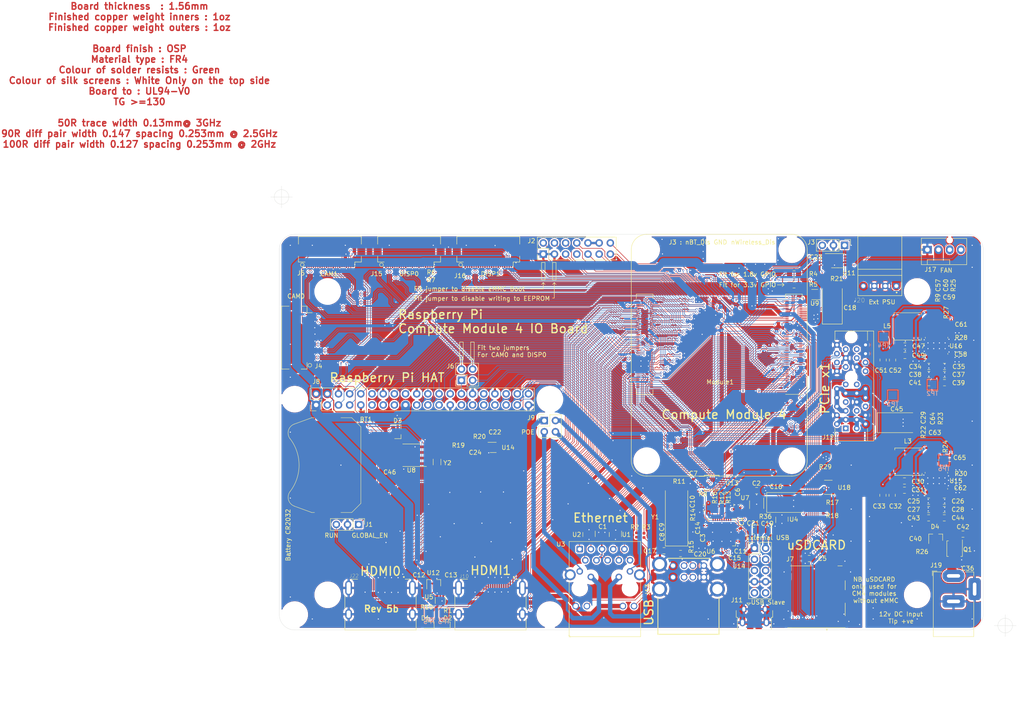
<source format=kicad_pcb>
(kicad_pcb (version 20211014) (generator pcbnew)

  (general
    (thickness 1.6)
  )

  (paper "A4")
  (layers
    (0 "F.Cu" signal)
    (1 "In1.Cu" power)
    (2 "In2.Cu" power)
    (31 "B.Cu" signal)
    (32 "B.Adhes" user "B.Adhesive")
    (33 "F.Adhes" user "F.Adhesive")
    (34 "B.Paste" user)
    (35 "F.Paste" user)
    (36 "B.SilkS" user "B.Silkscreen")
    (37 "F.SilkS" user "F.Silkscreen")
    (38 "B.Mask" user)
    (39 "F.Mask" user)
    (40 "Dwgs.User" user "User.Drawings")
    (41 "Cmts.User" user "User.Comments")
    (42 "Eco1.User" user "User.Eco1")
    (43 "Eco2.User" user "User.Eco2")
    (44 "Edge.Cuts" user)
    (45 "Margin" user)
    (46 "B.CrtYd" user "B.Courtyard")
    (47 "F.CrtYd" user "F.Courtyard")
    (48 "B.Fab" user)
    (49 "F.Fab" user)
  )

  (setup
    (stackup
      (layer "F.SilkS" (type "Top Silk Screen"))
      (layer "F.Paste" (type "Top Solder Paste"))
      (layer "F.Mask" (type "Top Solder Mask") (color "Green") (thickness 0.01))
      (layer "F.Cu" (type "copper") (thickness 0.035))
      (layer "dielectric 1" (type "core") (thickness 0.09) (material "FR4") (epsilon_r 4.5) (loss_tangent 0.02))
      (layer "In1.Cu" (type "copper") (thickness 0.035))
      (layer "dielectric 2" (type "prepreg") (thickness 1.26) (material "FR4") (epsilon_r 4.5) (loss_tangent 0.02))
      (layer "In2.Cu" (type "copper") (thickness 0.035))
      (layer "dielectric 3" (type "core") (thickness 0.09) (material "FR4") (epsilon_r 4.5) (loss_tangent 0.02))
      (layer "B.Cu" (type "copper") (thickness 0.035))
      (layer "B.Mask" (type "Bottom Solder Mask") (color "Green") (thickness 0.01))
      (layer "B.Paste" (type "Bottom Solder Paste"))
      (layer "B.SilkS" (type "Bottom Silk Screen"))
      (copper_finish "None")
      (dielectric_constraints yes)
    )
    (pad_to_mask_clearance 0)
    (grid_origin 196.2 105.4)
    (pcbplotparams
      (layerselection 0x00010e8_ffffffff)
      (disableapertmacros false)
      (usegerberextensions false)
      (usegerberattributes false)
      (usegerberadvancedattributes false)
      (creategerberjobfile false)
      (svguseinch false)
      (svgprecision 6)
      (excludeedgelayer true)
      (plotframeref false)
      (viasonmask false)
      (mode 1)
      (useauxorigin false)
      (hpglpennumber 1)
      (hpglpenspeed 20)
      (hpglpendiameter 15.000000)
      (dxfpolygonmode true)
      (dxfimperialunits true)
      (dxfusepcbnewfont true)
      (psnegative false)
      (psa4output false)
      (plotreference true)
      (plotvalue true)
      (plotinvisibletext false)
      (sketchpadsonfab false)
      (subtractmaskfromsilk false)
      (outputformat 1)
      (mirror false)
      (drillshape 0)
      (scaleselection 1)
      (outputdirectory "RPI-CM4IO-Gerber/")
    )
  )

  (net 0 "")
  (net 1 "GND")
  (net 2 "Net-(BT1-Pad1)")
  (net 3 "Net-(C1-Pad1)")
  (net 4 "Net-(C8-Pad1)")
  (net 5 "Net-(C9-Pad1)")
  (net 6 "/CM4_HighSpeed/HDMI_5v")
  (net 7 "Net-(C24-Pad1)")
  (net 8 "/RTC , Wakeup, FAN/nRTC_INT")
  (net 9 "Net-(C29-Pad2)")
  (net 10 "Net-(C29-Pad1)")
  (net 11 "/PCIe-connector/+3.3v")
  (net 12 "/+12v")
  (net 13 "Net-(C36-Pad1)")
  (net 14 "/CM4_HighSpeed/CAM0_D0_N")
  (net 15 "/CM4_HighSpeed/CAM0_D0_P")
  (net 16 "/CM4_HighSpeed/CAM0_D1_N")
  (net 17 "/CM4_HighSpeed/CAM0_D1_P")
  (net 18 "/CM4_HighSpeed/CAM0_C_N")
  (net 19 "/CM4_HighSpeed/CAM0_C_P")
  (net 20 "/CM4_GPIO ( Ethernet, GPIO, SDCARD)/GLOBAL_EN")
  (net 21 "/CM4_GPIO ( Ethernet, GPIO, SDCARD)/TV_OUT")
  (net 22 "/CM4_HighSpeed/CAM1_D3_P")
  (net 23 "/CM4_HighSpeed/CAM1_D3_N")
  (net 24 "/CM4_HighSpeed/CAM1_D2_P")
  (net 25 "/CM4_HighSpeed/CAM1_D2_N")
  (net 26 "/CM4_HighSpeed/CAM1_C_P")
  (net 27 "/CM4_HighSpeed/CAM1_C_N")
  (net 28 "/CM4_HighSpeed/CAM1_D1_P")
  (net 29 "/CM4_HighSpeed/CAM1_D1_N")
  (net 30 "/CM4_HighSpeed/CAM1_D0_P")
  (net 31 "/CM4_HighSpeed/CAM1_D0_N")
  (net 32 "/CM4_HighSpeed/DSI0_D0_N")
  (net 33 "/CM4_HighSpeed/DSI0_D0_P")
  (net 34 "/CM4_HighSpeed/DSI0_D1_N")
  (net 35 "/CM4_HighSpeed/DSI0_D1_P")
  (net 36 "/CM4_HighSpeed/DSI0_C_N")
  (net 37 "/CM4_HighSpeed/DSI0_C_P")
  (net 38 "/CM4_HighSpeed/DSI1_D3_P")
  (net 39 "/CM4_HighSpeed/DSI1_D3_N")
  (net 40 "/CM4_HighSpeed/DSI1_D2_P")
  (net 41 "/CM4_HighSpeed/DSI1_D2_N")
  (net 42 "/CM4_HighSpeed/DSI1_C_P")
  (net 43 "/CM4_HighSpeed/DSI1_C_N")
  (net 44 "/CM4_HighSpeed/DSI1_D1_P")
  (net 45 "/CM4_HighSpeed/DSI1_D1_N")
  (net 46 "/CM4_HighSpeed/DSI1_D0_P")
  (net 47 "/CM4_HighSpeed/DSI1_D0_N")
  (net 48 "/CM4_GPIO ( Ethernet, GPIO, SDCARD)/SD_DAT1")
  (net 49 "Net-(J7-Pad9)")
  (net 50 "/CM4_GPIO ( Ethernet, GPIO, SDCARD)/SD_DAT0")
  (net 51 "/CM4_GPIO ( Ethernet, GPIO, SDCARD)/SD_CLK")
  (net 52 "/CM4_GPIO ( Ethernet, GPIO, SDCARD)/SD_CMD")
  (net 53 "/CM4_GPIO ( Ethernet, GPIO, SDCARD)/SD_DAT3")
  (net 54 "/CM4_GPIO ( Ethernet, GPIO, SDCARD)/SD_DAT2")
  (net 55 "Net-(J7-Pad10)")
  (net 56 "/CM4_GPIO ( Ethernet, GPIO, SDCARD)/GPIO2")
  (net 57 "/CM4_GPIO ( Ethernet, GPIO, SDCARD)/GPIO3")
  (net 58 "/CM4_GPIO ( Ethernet, GPIO, SDCARD)/GPIO4")
  (net 59 "/CM4_GPIO ( Ethernet, GPIO, SDCARD)/GPIO14")
  (net 60 "/CM4_GPIO ( Ethernet, GPIO, SDCARD)/GPIO15")
  (net 61 "/CM4_GPIO ( Ethernet, GPIO, SDCARD)/GPIO17")
  (net 62 "/CM4_GPIO ( Ethernet, GPIO, SDCARD)/GPIO18")
  (net 63 "/CM4_GPIO ( Ethernet, GPIO, SDCARD)/GPIO27")
  (net 64 "/CM4_GPIO ( Ethernet, GPIO, SDCARD)/GPIO22")
  (net 65 "/CM4_GPIO ( Ethernet, GPIO, SDCARD)/GPIO23")
  (net 66 "/CM4_GPIO ( Ethernet, GPIO, SDCARD)/GPIO24")
  (net 67 "/CM4_GPIO ( Ethernet, GPIO, SDCARD)/GPIO10")
  (net 68 "/CM4_GPIO ( Ethernet, GPIO, SDCARD)/GPIO9")
  (net 69 "/CM4_GPIO ( Ethernet, GPIO, SDCARD)/GPIO25")
  (net 70 "/CM4_GPIO ( Ethernet, GPIO, SDCARD)/GPIO11")
  (net 71 "/CM4_GPIO ( Ethernet, GPIO, SDCARD)/GPIO8")
  (net 72 "/CM4_GPIO ( Ethernet, GPIO, SDCARD)/GPIO7")
  (net 73 "/CM4_GPIO ( Ethernet, GPIO, SDCARD)/GPIO5")
  (net 74 "/CM4_GPIO ( Ethernet, GPIO, SDCARD)/GPIO6")
  (net 75 "/CM4_GPIO ( Ethernet, GPIO, SDCARD)/GPIO12")
  (net 76 "/CM4_GPIO ( Ethernet, GPIO, SDCARD)/GPIO13")
  (net 77 "/CM4_GPIO ( Ethernet, GPIO, SDCARD)/GPIO16")
  (net 78 "/CM4_GPIO ( Ethernet, GPIO, SDCARD)/GPIO26")
  (net 79 "/CM4_GPIO ( Ethernet, GPIO, SDCARD)/GPIO20")
  (net 80 "/CM4_GPIO ( Ethernet, GPIO, SDCARD)/GPIO21")
  (net 81 "/CM4_GPIO ( Ethernet, GPIO, SDCARD)/TR1_TAP")
  (net 82 "/CM4_GPIO ( Ethernet, GPIO, SDCARD)/TR0_TAP")
  (net 83 "/CM4_GPIO ( Ethernet, GPIO, SDCARD)/TR3_TAP")
  (net 84 "/CM4_GPIO ( Ethernet, GPIO, SDCARD)/TR2_TAP")
  (net 85 "/CM4_HighSpeed/HDMI1_D2_P")
  (net 86 "/CM4_HighSpeed/HDMI1_D2_N")
  (net 87 "/CM4_HighSpeed/HDMI1_D1_P")
  (net 88 "/CM4_HighSpeed/HDMI1_D1_N")
  (net 89 "/CM4_HighSpeed/HDMI1_D0_P")
  (net 90 "/CM4_HighSpeed/HDMI1_D0_N")
  (net 91 "/CM4_HighSpeed/HDMI1_CK_P")
  (net 92 "/CM4_HighSpeed/HDMI1_CK_N")
  (net 93 "/CM4_HighSpeed/HDMI1_CEC")
  (net 94 "unconnected-(J4-Pad11)")
  (net 95 "/CM4_HighSpeed/HDMI1_SCL")
  (net 96 "/CM4_HighSpeed/HDMI1_SDA")
  (net 97 "/CM4_HighSpeed/HDMI1_HOTPLUG")
  (net 98 "Net-(J11-Pad1)")
  (net 99 "unconnected-(J4-Pad12)")
  (net 100 "unconnected-(J4-Pad14)")
  (net 101 "unconnected-(J4-Pad15)")
  (net 102 "/CM4_HighSpeed/CAM_GPIO")
  (net 103 "unconnected-(J4-Pad18)")
  (net 104 "unconnected-(J5-Pad18)")
  (net 105 "/USB2-HUB/HD2_N")
  (net 106 "/USB2-HUB/HD2_P")
  (net 107 "/USB2-HUB/HD1_N")
  (net 108 "/USB2-HUB/HD1_P")
  (net 109 "/USB2-HUB/HD3_P")
  (net 110 "/USB2-HUB/HD3_N")
  (net 111 "/USB2-HUB/HD4_P")
  (net 112 "/USB2-HUB/HD4_N")
  (net 113 "Net-(J17-Pad3)")
  (net 114 "Net-(J17-Pad4)")
  (net 115 "/CM4_HighSpeed/HDMI0_HOTPLUG")
  (net 116 "/CM4_HighSpeed/HDMI0_SDA")
  (net 117 "/CM4_HighSpeed/HDMI0_SCL")
  (net 118 "/CM4_HighSpeed/SCL0")
  (net 119 "/CM4_HighSpeed/HDMI0_CEC")
  (net 120 "/CM4_HighSpeed/HDMI0_CK_N")
  (net 121 "/CM4_HighSpeed/HDMI0_CK_P")
  (net 122 "/CM4_HighSpeed/HDMI0_D0_N")
  (net 123 "/CM4_HighSpeed/HDMI0_D0_P")
  (net 124 "/CM4_HighSpeed/HDMI0_D1_N")
  (net 125 "/CM4_HighSpeed/HDMI0_D1_P")
  (net 126 "/CM4_HighSpeed/HDMI0_D2_N")
  (net 127 "/CM4_HighSpeed/HDMI0_D2_P")
  (net 128 "Net-(L3-Pad1)")
  (net 129 "Net-(L5-Pad1)")
  (net 130 "/CM4_GPIO ( Ethernet, GPIO, SDCARD)/TRD1_P")
  (net 131 "/CM4_GPIO ( Ethernet, GPIO, SDCARD)/TRD3_N")
  (net 132 "/CM4_GPIO ( Ethernet, GPIO, SDCARD)/TRD1_N")
  (net 133 "/CM4_GPIO ( Ethernet, GPIO, SDCARD)/TRD2_N")
  (net 134 "/CM4_GPIO ( Ethernet, GPIO, SDCARD)/TRD0_N")
  (net 135 "/CM4_GPIO ( Ethernet, GPIO, SDCARD)/TRD2_P")
  (net 136 "/CM4_GPIO ( Ethernet, GPIO, SDCARD)/TRD0_P")
  (net 137 "/CM4_GPIO ( Ethernet, GPIO, SDCARD)/ETH_LEDG")
  (net 138 "/CM4_GPIO ( Ethernet, GPIO, SDCARD)/ETH_LEDY")
  (net 139 "/CM4_HighSpeed/SDA0")
  (net 140 "/CM4_GPIO ( Ethernet, GPIO, SDCARD)/ID_SC")
  (net 141 "/CM4_GPIO ( Ethernet, GPIO, SDCARD)/ID_SD")
  (net 142 "unconnected-(J10-Pad14)")
  (net 143 "unconnected-(J11-Pad4)")
  (net 144 "/CM4_GPIO ( Ethernet, GPIO, SDCARD)/nPWR_LED")
  (net 145 "/nEXTRST")
  (net 146 "unconnected-(J12-PadA1)")
  (net 147 "unconnected-(J12-PadA7)")
  (net 148 "/CM4_HighSpeed/PCIE_nRST")
  (net 149 "/CM4_HighSpeed/PCIE_CLK_P")
  (net 150 "Net-(D2-Pad1)")
  (net 151 "Net-(R2-Pad1)")
  (net 152 "Net-(R3-Pad1)")
  (net 153 "Net-(D1-Pad1)")
  (net 154 "Net-(R10-Pad2)")
  (net 155 "Net-(R12-Pad1)")
  (net 156 "Net-(R13-Pad1)")
  (net 157 "Net-(R14-Pad1)")
  (net 158 "Net-(R15-Pad2)")
  (net 159 "Net-(R16-Pad1)")
  (net 160 "/CM4_HighSpeed/PCIE_CLK_N")
  (net 161 "/USB2-HUB/PWR1")
  (net 162 "/USB2-HUB/nOCS1")
  (net 163 "/CM4_HighSpeed/PCIE_RX_N")
  (net 164 "/CM4_HighSpeed/PCIE_RX_P")
  (net 165 "unconnected-(J12-PadB5)")
  (net 166 "unconnected-(J12-PadB6)")
  (net 167 "/CM4_GPIO ( Ethernet, GPIO, SDCARD)/TRD3_P")
  (net 168 "unconnected-(J12-PadB11)")
  (net 169 "/CM4_HighSpeed/PCIE_CLK_nREQ")
  (net 170 "/CM4_GPIO ( Ethernet, GPIO, SDCARD)/WL_nDis")
  (net 171 "/CM4_GPIO ( Ethernet, GPIO, SDCARD)/GPIO19")
  (net 172 "/+3.3v")
  (net 173 "/USB2-HUB/USBD_P")
  (net 174 "/USB2-HUB/USBD_N")
  (net 175 "/USB2-HUB/USBH_N")
  (net 176 "/USB2-HUB/USBH_P")
  (net 177 "/CM4_GPIO ( Ethernet, GPIO, SDCARD)/SD_PWR")
  (net 178 "/CM4_HighSpeed/PCIE_TX_N")
  (net 179 "/CM4_GPIO ( Ethernet, GPIO, SDCARD)/SD_PWR_ON")
  (net 180 "/CM4_HighSpeed/PCIE_TX_P")
  (net 181 "Net-(R36-Pad1)")
  (net 182 "unconnected-(J12-PadB17)")
  (net 183 "unconnected-(J14-Pad9)")
  (net 184 "unconnected-(J14-Pad10)")
  (net 185 "unconnected-(J15-Pad11)")
  (net 186 "unconnected-(J15-Pad12)")
  (net 187 "unconnected-(J15-Pad14)")
  (net 188 "unconnected-(J15-Pad15)")
  (net 189 "unconnected-(J15-Pad17)")
  (net 190 "unconnected-(J15-Pad18)")
  (net 191 "unconnected-(J16-Pad17)")
  (net 192 "unconnected-(J16-Pad18)")
  (net 193 "unconnected-(J22-Pad14)")
  (net 194 "Net-(Module1-Pad21)")
  (net 195 "Net-(C40-Pad2)")
  (net 196 "Net-(C57-Pad2)")
  (net 197 "Net-(C57-Pad1)")
  (net 198 "Net-(C58-Pad1)")
  (net 199 "Net-(C59-Pad1)")
  (net 200 "Net-(C60-Pad1)")
  (net 201 "Net-(C61-Pad2)")
  (net 202 "Net-(C62-Pad1)")
  (net 203 "Net-(C63-Pad1)")
  (net 204 "Net-(C64-Pad1)")
  (net 205 "Net-(C65-Pad2)")
  (net 206 "/USB2-HUB/VBUS")
  (net 207 "/CM4_HighSpeed/SCL1")
  (net 208 "/CM4_HighSpeed/SDA1")
  (net 209 "unconnected-(Module1-Pad19)")
  (net 210 "Net-(U4-Pad1)")
  (net 211 "Net-(U4-Pad2)")
  (net 212 "unconnected-(Module1-Pad64)")
  (net 213 "unconnected-(Module1-Pad68)")
  (net 214 "unconnected-(Module1-Pad70)")
  (net 215 "/CM4_GPIO ( Ethernet, GPIO, SDCARD)/SYNC_OUT")
  (net 216 "/CM4_GPIO ( Ethernet, GPIO, SDCARD)/SYNC_IN")
  (net 217 "/CM4_GPIO ( Ethernet, GPIO, SDCARD)/AIN0")
  (net 218 "/CM4_GPIO ( Ethernet, GPIO, SDCARD)/AIN1")
  (net 219 "/CM4_GPIO ( Ethernet, GPIO, SDCARD)/+1.8v")
  (net 220 "/CM4_GPIO ( Ethernet, GPIO, SDCARD)/RUN_PG")
  (net 221 "Net-(J2-Pad13)")
  (net 222 "/CM4_GPIO ( Ethernet, GPIO, SDCARD)/EEPROM_nWP")
  (net 223 "unconnected-(Module1-Pad72)")
  (net 224 "unconnected-(Module1-Pad73)")
  (net 225 "Net-(U8-Pad2)")
  (net 226 "Net-(U8-Pad1)")
  (net 227 "/+5v")
  (net 228 "/CM4_GPIO ( Ethernet, GPIO, SDCARD)/GPIO_VREF")
  (net 229 "/CM4_GPIO ( Ethernet, GPIO, SDCARD)/nRPIBOOT")
  (net 230 "/CM4_HighSpeed/USBOTG_ID")
  (net 231 "/CM4_HighSpeed/USB2_N")
  (net 232 "unconnected-(Module1-Pad104)")
  (net 233 "/CM4_HighSpeed/USB2_P")
  (net 234 "unconnected-(Module1-Pad106)")
  (net 235 "unconnected-(U6-Pad11)")
  (net 236 "unconnected-(U6-Pad14)")
  (net 237 "unconnected-(U6-Pad16)")
  (net 238 "unconnected-(U6-Pad18)")
  (net 239 "unconnected-(U6-Pad20)")
  (net 240 "unconnected-(U6-Pad34)")
  (net 241 "unconnected-(U8-Pad7)")
  (net 242 "unconnected-(U11-Pad7)")
  (net 243 "unconnected-(U11-Pad8)")
  (net 244 "/CM4_GPIO ( Ethernet, GPIO, SDCARD)/BT_nDis")
  (net 245 "unconnected-(U18-Pad3)")
  (net 246 "/CM4_GPIO ( Ethernet, GPIO, SDCARD)/Reserved")
  (net 247 "Net-(C46-Pad1)")

  (footprint "Battery:BatteryHolder_Keystone_3034_1x20mm" (layer "F.Cu") (at 90 122.5 -90))

  (footprint "Capacitor_SMD:C_0402_1005Metric" (layer "F.Cu") (at 152.3 138.3 90))

  (footprint "Capacitor_SMD:C_0805_2012Metric" (layer "F.Cu") (at 199.45 143.75 180))

  (footprint "Capacitor_SMD:C_0402_1005Metric" (layer "F.Cu") (at 111.55 149.5 90))

  (footprint "Capacitor_SMD:C_0402_1005Metric" (layer "F.Cu") (at 117 149.6 90))

  (footprint "Capacitor_SMD:C_0402_1005Metric" (layer "F.Cu") (at 201.7 76.9 -90))

  (footprint "Capacitor_SMD:C_0402_1005Metric" (layer "F.Cu") (at 233.6 144.8))

  (footprint "Capacitor_SMD:C_0805_2012Metric" (layer "F.Cu") (at 221.2 95.4))

  (footprint "Capacitor_SMD:C_0805_2012Metric" (layer "F.Cu") (at 221.2 97.55))

  (footprint "Capacitor_SMD:C_0805_2012Metric" (layer "F.Cu") (at 216.25 98.5875 -90))

  (footprint "Capacitor_SMD:C_0805_2012Metric" (layer "F.Cu") (at 218.4 98.6 -90))

  (footprint "CM4IO:Hirose_FH12-22S-0.5SH_1x22-1MP_P0.50mm_Horizontal" (layer "F.Cu") (at 90.5 75 180))

  (footprint "CM4IO:Hirose_FH12-22S-0.5SH_1x22-1MP_P0.50mm_Horizontal" (layer "F.Cu") (at 126.5 75 180))

  (footprint "Connector_PinHeader_2.54mm:PinHeader_1x03_P2.54mm_Vertical" (layer "F.Cu") (at 97.04 136 -90))

  (footprint "Resistor_SMD:R_0402_1005Metric" (layer "F.Cu") (at 113.6 156.4 90))

  (footprint "Resistor_SMD:R_0402_1005Metric" (layer "F.Cu") (at 171.8 126.2 -90))

  (footprint "Resistor_SMD:R_0402_1005Metric" (layer "F.Cu") (at 205.9 78.7 180))

  (footprint "Package_SON:USON-10_2.5x1.0mm_P0.5mm" (layer "F.Cu") (at 155.4 138.285 -90))

  (footprint "Package_TO_SOT_SMD:SOT-23" (layer "F.Cu") (at 114.1 149.3 90))

  (footprint "Connector_PinHeader_2.54mm:PinHeader_2x20_P2.54mm_Vertical" (layer "F.Cu") (at 87.37 108.82 90))

  (footprint "Connector_PinHeader_2.54mm:PinHeader_2x05_P2.54mm_Vertical" (layer "F.Cu") (at 187 141.4))

  (footprint "LED_SMD:LED_0603_1608Metric" (layer "F.Cu") (at 116.35 158.9 180))

  (footprint "Package_SO:MSOP-8_3x3mm_P0.65mm" (layer "F.Cu") (at 206 76))

  (footprint "Capacitor_SMD:C_0402_1005Metric" (layer "F.Cu") (at 173.1 126.2 -90))

  (footprint "Capacitor_SMD:C_0402_1005Metric" (layer "F.Cu") (at 183.96 140.372 -90))

  (footprint "Capacitor_SMD:C_0805_2012Metric" (layer "F.Cu") (at 175.578 132.244 180))

  (footprint "Capacitor_SMD:C_0402_1005Metric" (layer "F.Cu") (at 173 136.6 -90))

  (footprint "Capacitor_SMD:C_0805_2012Metric" (layer "F.Cu") (at 183 131.6 90))

  (footprint "Capacitor_SMD:C_0402_1005Metric" (layer "F.Cu") (at 173 138.8 90))

  (footprint "Capacitor_SMD:C_0805_2012Metric" (layer "F.Cu") (at 170.2 142.6))

  (footprint "Capacitor_SMD:C_0805_2012Metric" (layer "F.Cu") (at 186.7 137.4 180))

  (footprint "Capacitor_SMD:C_0402_1005Metric" (layer "F.Cu") (at 175.204 135.768 90))

  (footprint "Capacitor_SMD:C_0805_2012Metric" (layer "F.Cu") (at 190.7625 137.4))

  (footprint "Capacitor_SMD:C_0805_2012Metric" (layer "F.Cu") (at 166.45 141.97298 180))

  (footprint "Crystal:Crystal_SMD_HC49-SD" (layer "F.Cu") (at 169.3 134.2 90))

  (footprint "Package_TO_SOT_SMD:SOT-353_SC-70-5" (layer "F.Cu") (at 127.618 118.472))

  (footprint "Package_DFN_QFN:QFN-36-1EP_6x6mm_P0.5mm_EP3.7x3.7mm" (layer "F.Cu") (at 179.604 137.768 90))

  (footprint "Resistor_SMD:R_0402_1005Metric" (layer "F.Cu") (at 125.062 117.948 90))

  (footprint "Resistor_SMD:R_0402_1005Metric" (layer "F.Cu") (at 122.014 117.948 90))

  (footprint "Resistor_SMD:R_0402_1005Metric" (layer "F.Cu") (at 173.725 140.925 90))

  (footprint "Resistor_SMD:R_0402_1005Metric" (layer "F.Cu") (at 178.118 132.330999 90))

  (footprint "Resistor_SMD:R_0402_1005Metric" (layer "F.Cu") (at 174.816 134.022 180))

  (footprint "Resistor_SMD:R_0402_1005Metric" (layer "F.Cu") (at 180.912 132.244 90))

  (footprint "Resistor_SMD:R_0402_1005Metric" (layer "F.Cu")
    (tedit 5B301BBD) (tstamp 00000000-0000-0000-0000-00005d2fbc5a)
    (at 179.388 132.330999 90)
    (descr "Resistor SMD 0402 (1005 Metric), square (rectangular) end terminal, IPC_7351 nominal, (Body size source: http://www.tortai-tech.com/upload/download/2011102023233369053.pdf), generated with kicad-footprint-generator")
    (tags "resistor")
    (property "Field4" "Farnell")
    (property "Field5" "1458788")
    (property "Field6" "MCR01MZPF3602")
    (property "Field7" "Rohm")
    (property "Part Description" "Resistor 36K M1005 1% 63mW")
    (property "Sheetfile" "USB2-HUB.kicad_sch")
    (property "Sheetname" "USB2-HUB")
    (path "/00000000-0000-0000-0000-00005e072e02/00000000-0000-0000-0000-00005db23a6d")
    (attr smd)
    (fp_text reference "R12" (at 2.380999 0.237 270) (layer "F.SilkS")
      (effects (font (size 1 1) (thickness 0.15)))
      (tstamp 255a9a3f-93e1-439f-80a3-93f
... [4983646 chars truncated]
</source>
